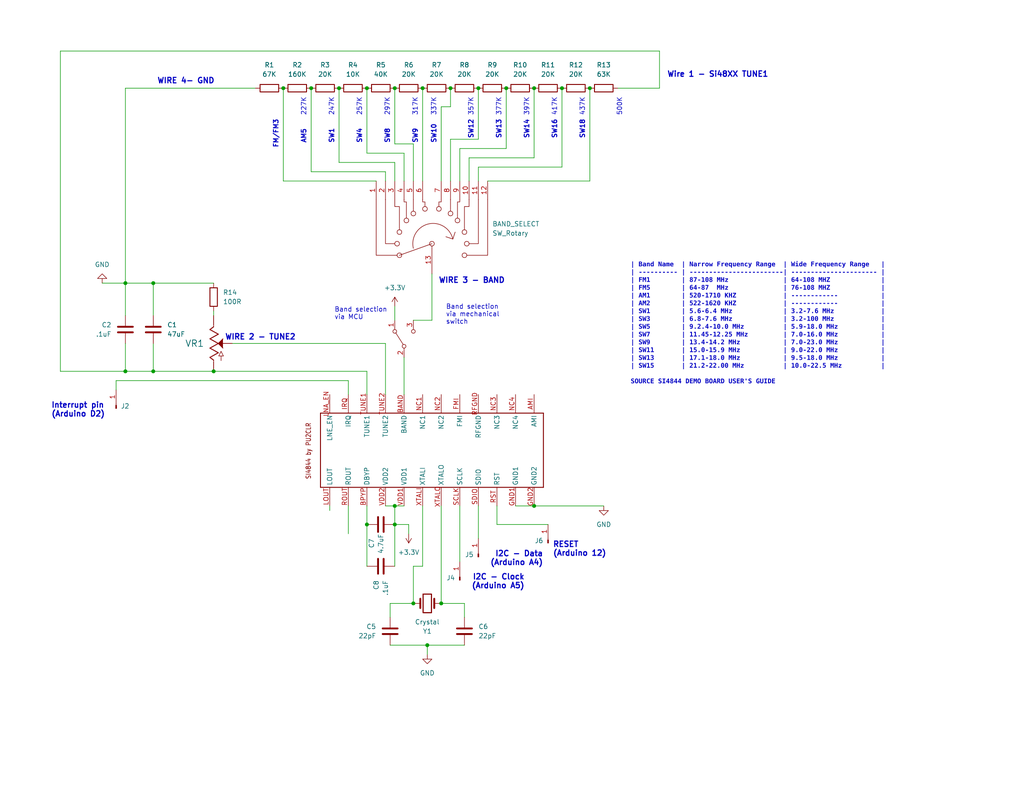
<source format=kicad_sch>
(kicad_sch (version 20231120) (generator "eeschema") (generator_version "8.0")
  (paper "User" 280.01 220.015)
  (title_block (title "Si4827/44 TUNE (POT 100K) and SLIDE SWITCH 4 wires setup") (rev "1.0") (company "Ricardo Lima Caratti"))
  (lib_symbols
    (symbol "Connector:Conn_01x01_Pin" (pin_names (offset 1.016) hide)
      (property "Reference" "J" (at 0 2.54 0))
      (property "Value" "Conn_01x01_Pin" (at 0 -2.54 0))
      (symbol "Conn_01x01_Pin_1_1"
        (polyline (pts (xy 1.27 0) (xy 0.8636 0)) (stroke (width 0.1524)))
        (rectangle (start 0.8636 0.127) (end 0 -0.127) (stroke (width 0.1524)) (fill (type outline)))
        (pin passive line (at 5.08 0 180) (length 3.81) (name "Pin_1") (number "1"))
      )
    )
    (symbol "Device:C" (pin_numbers hide) (pin_names (offset 0.254))
      (property "Reference" "C" (at 0.635 2.54 0))
      (property "Value" "C" (at 0.635 -2.54 0))
      (symbol "C_0_1"
        (polyline (pts (xy -2.032 -0.762) (xy 2.032 -0.762)) (stroke (width 0.508)))
        (polyline (pts (xy -2.032 0.762) (xy 2.032 0.762)) (stroke (width 0.508)))
      )
      (symbol "C_1_1"
        (pin passive line (at 0 3.81 270) (length 2.794) (name "~") (number "1"))
        (pin passive line (at 0 -3.81 90) (length 2.794) (name "~") (number "2"))
      )
    )
    (symbol "Device:Crystal" (pin_numbers hide) (pin_names (offset 1.016) hide)
      (property "Reference" "Y" (at 0 3.81 0))
      (property "Value" "Crystal" (at 0 -3.81 0))
      (symbol "Crystal_0_1"
        (rectangle (start -1.143 2.54) (end 1.143 -2.54) (stroke (width 0.3048)))
        (polyline (pts (xy -2.54 0) (xy -1.905 0)))
        (polyline (pts (xy -1.905 -1.27) (xy -1.905 1.27)) (stroke (width 0.508)))
        (polyline (pts (xy 1.905 -1.27) (xy 1.905 1.27)) (stroke (width 0.508)))
        (polyline (pts (xy 2.54 0) (xy 1.905 0)))
      )
      (symbol "Crystal_1_1"
        (pin passive line (at -3.81 0 0) (length 1.27) (name "1") (number "1"))
        (pin passive line (at 3.81 0 180) (length 1.27) (name "2") (number "2"))
      )
    )
    (symbol "Device:R" (pin_numbers hide) (pin_names (offset 0))
      (property "Reference" "R" (at 2.032 0 90))
      (property "Value" "R" (at 0 0 90))
      (symbol "R_0_1"
        (rectangle (start -1.016 -2.54) (end 1.016 2.54) (stroke (width 0.254)))
      )
      (symbol "R_1_1"
        (pin passive line (at 0 3.81 270) (length 1.27) (name "~") (number "1"))
        (pin passive line (at 0 -3.81 90) (length 1.27) (name "~") (number "2"))
      )
    )
    (symbol "SI4844:POTENTIOMETER-PTH-9MM-1/20W-20%"
      (property "Reference" "VR" (at 3.048 -0.254 90))
      (symbol "POTENTIOMETER-PTH-9MM-1/20W-20%_1_0"
        (polyline (pts (xy -1.016 -3.81) (xy 1.27 -2.54)) (stroke (width 0.254)))
        (polyline (pts (xy -1.016 -1.27) (xy 1.27 0)) (stroke (width 0.254)))
        (polyline (pts (xy -1.016 1.27) (xy 1.27 2.54)) (stroke (width 0.254)))
        (polyline (pts (xy -1.016 3.81) (xy 0 4.572)) (stroke (width 0.254)))
        (polyline (pts (xy 0 -5.08) (xy 0 -4.572)) (stroke (width 0.1524)))
        (polyline (pts (xy 0 -4.572) (xy -1.016 -3.81)) (stroke (width 0.254)))
        (polyline (pts (xy 0 4.572) (xy 0 5.08)) (stroke (width 0.1524)))
        (polyline (pts (xy 1.27 -2.54) (xy -1.016 -1.27)) (stroke (width 0.254)))
        (polyline (pts (xy 1.27 0) (xy -1.016 1.27)) (stroke (width 0.254)))
        (polyline (pts (xy 1.27 2.54) (xy -1.016 3.81)) (stroke (width 0.254)))
        (polyline (pts (xy 1.397 -3.429) (xy 2.032 -2.159)) (stroke (width 0.1524)))
        (polyline (pts (xy 2.032 -4.699) (xy 2.032 -3.429)) (stroke (width 0.1524)))
        (polyline (pts (xy 2.032 -3.429) (xy 1.397 -3.429)) (stroke (width 0.1524)))
        (polyline (pts (xy 2.032 -2.159) (xy 2.667 -3.429)) (stroke (width 0.1524)))
        (polyline (pts (xy 2.667 -3.429) (xy 2.032 -3.429)) (stroke (width 0.1524)))
        (polyline (pts (xy 2.54 -1.27) (xy 1.27 0) (xy 2.54 1.27)) (stroke (width 0.2032)) (fill (type outline)))
        (pin passive line (at 0 7.62 270) (length 2.54) (name "E") (number "P$1"))
        (pin passive line (at 5.08 0 180) (length 2.54) (name "S") (number "P$2"))
        (pin passive line (at 0 -7.62 90) (length 2.54) (name "A") (number "P$3"))
      )
    )
    (symbol "SI4844:SI4844"
      (symbol "SI4844_1_0"
        (polyline (pts (xy -17.78 -30.48) (xy 2.54 -30.48)) (stroke (width 0.254)))
        (polyline (pts (xy -17.78 30.48) (xy -17.78 -30.48)) (stroke (width 0.254)))
        (polyline (pts (xy 2.54 -30.48) (xy 2.54 30.48)) (stroke (width 0.254)))
        (polyline (pts (xy 2.54 30.48) (xy -17.78 30.48)) (stroke (width 0.254)))
        (text "SI4844 by PU2CLR" (at -15.24 33.02 0) (effects (font (size 1.27 1.0795)) (justify left bottom)))
        (pin bidirectional line (at -22.86 -27.94 0) (length 5.08) (name "AMI") (number "AMI"))
        (pin bidirectional line (at -22.86 7.62 0) (length 5.08) (name "BAND") (number "BAND"))
        (pin bidirectional line (at 7.62 17.78 180) (length 5.08) (name "DBYP") (number "BPYP"))
        (pin bidirectional line (at -22.86 -7.62 0) (length 5.08) (name "FMI") (number "FMI"))
        (pin bidirectional line (at 7.62 -22.86 180) (length 5.08) (name "GND1") (number "GND1"))
        (pin bidirectional line (at 7.62 -27.94 180) (length 5.08) (name "GND2") (number "GND2"))
        (pin bidirectional line (at -22.86 22.86 0) (length 5.08) (name "IRQ") (number "IRQ"))
        (pin bidirectional line (at -22.86 27.94 0) (length 5.08) (name "LNE_EN") (number "LNA_EN"))
        (pin bidirectional line (at 7.62 27.94 180) (length 5.08) (name "LOUT") (number "LOUT"))
        (pin bidirectional line (at -22.86 2.54 0) (length 5.08) (name "NC1") (number "NC1"))
        (pin bidirectional line (at -22.86 -2.54 0) (length 5.08) (name "NC2") (number "NC2"))
        (pin bidirectional line (at -22.86 -17.78 0) (length 5.08) (name "NC3") (number "NC3"))
        (pin bidirectional line (at -22.86 -22.86 0) (length 5.08) (name "NC4") (number "NC4"))
        (pin bidirectional line (at -22.86 -12.7 0) (length 5.08) (name "RFGND") (number "RFGND"))
        (pin bidirectional line (at 7.62 22.86 180) (length 5.08) (name "ROUT") (number "ROUT"))
        (pin bidirectional line (at 7.62 -17.78 180) (length 5.08) (name "RST") (number "RST"))
        (pin bidirectional line (at 7.62 -7.62 180) (length 5.08) (name "SCLK") (number "SCLK"))
        (pin bidirectional line (at 7.62 -12.7 180) (length 5.08) (name "SDIO") (number "SDIO"))
        (pin bidirectional line (at -22.86 17.78 0) (length 5.08) (name "TUNE1") (number "TUNE1"))
        (pin bidirectional line (at -22.86 12.7 0) (length 5.08) (name "TUNE2") (number "TUNE2"))
        (pin bidirectional line (at 7.62 7.62 180) (length 5.08) (name "VDD1") (number "VDD1"))
        (pin bidirectional line (at 7.62 12.7 180) (length 5.08) (name "VDD2") (number "VDD2"))
        (pin bidirectional line (at 7.62 2.54 180) (length 5.08) (name "XTALI") (number "XTALI"))
        (pin bidirectional line (at 7.62 -2.54 180) (length 5.08) (name "XTALO") (number "XTALO"))
      )
    )
    (symbol "Switch:SW_DPDT_x2" (pin_names (offset 0) hide)
      (property "Reference" "SW" (at 0 4.318 0))
      (property "Value" "SW_DPDT_x2" (at 0 -5.08 0))
      (symbol "SW_DPDT_x2_0_0"
        (circle (center -2.032 0) (radius 0.508))
        (circle (center 2.032 -2.54) (radius 0.508))
      )
      (symbol "SW_DPDT_x2_0_1"
        (polyline (pts (xy -1.524 0.254) (xy 1.651 2.286)))
        (circle (center 2.032 2.54) (radius 0.508))
      )
      (symbol "SW_DPDT_x2_1_1"
        (pin passive line (at 5.08 2.54 180) (length 2.54) (name "A") (number "1"))
        (pin passive line (at -5.08 0 0) (length 2.54) (name "B") (number "2"))
        (pin passive line (at 5.08 -2.54 180) (length 2.54) (name "C") (number "3"))
      )
      (symbol "SW_DPDT_x2_2_1"
        (pin passive line (at 5.08 2.54 180) (length 2.54) (name "A") (number "4"))
        (pin passive line (at -5.08 0 0) (length 2.54) (name "B") (number "5"))
        (pin passive line (at 5.08 -2.54 180) (length 2.54) (name "C") (number "6"))
      )
    )
    (symbol "Switch:SW_Rotary12" (pin_names (offset 1.016) hide)
      (property "Reference" "SW" (at 0 17.78 0))
      (property "Value" "SW_Rotary12" (at 0 -17.78 0))
      (symbol "SW_Rotary12_0_0"
        (circle (center -10.16 -8.89) (radius 0.635))
        (circle (center -10.16 8.89) (radius 0.635))
        (circle (center -6.985 -9.525) (radius 0.635))
        (circle (center -6.985 0) (radius 0.635))
        (circle (center -6.985 9.525) (radius 0.635))
        (arc (start -5.715 -5.715) (mid -1.5995 0.937) (end -8.255 5.08))
        (circle (center -3.81 -8.89) (radius 0.635))
        (circle (center -3.81 8.89) (radius 0.635))
        (circle (center -0.635 -6.985) (radius 0.635))
        (circle (center -0.635 6.985) (radius 0.635))
        (polyline (pts (xy -6.985 0) (xy -10.16 8.89)))
        (polyline (pts (xy -5.715 -5.715) (xy -5.08 -3.81)))
        (polyline (pts (xy -5.715 -5.715) (xy -3.81 -6.35)))
        (polyline (pts (xy 1.905 -5.08) (xy 5.08 -5.08)))
        (polyline (pts (xy 1.905 5.08) (xy 5.08 5.08)))
        (polyline (pts (xy -10.16 -9.525) (xy -10.16 -15.24) (xy 5.08 -15.24)))
        (polyline (pts (xy -10.16 9.525) (xy -10.16 15.24) (xy 5.08 15.24)))
        (polyline (pts (xy -6.985 -10.16) (xy -6.985 -12.7) (xy 5.08 -12.7)))
        (polyline (pts (xy -6.985 10.16) (xy -6.985 12.7) (xy 5.08 12.7)))
        (polyline (pts (xy -3.175 -8.89) (xy 3.175 -8.89) (xy 3.175 -10.16) (xy 5.08 -10.16)))
        (polyline (pts (xy -3.175 8.89) (xy 3.175 8.89) (xy 3.175 10.16) (xy 5.08 10.16)))
        (polyline (pts (xy 0 -6.985) (xy 4.445 -6.985) (xy 4.445 -7.62) (xy 5.08 -7.62)))
        (polyline (pts (xy 0 6.985) (xy 4.445 6.985) (xy 4.445 7.62) (xy 5.08 7.62)))
        (polyline (pts (xy 3.175 -1.905) (xy 4.445 -1.905) (xy 4.445 -2.54) (xy 5.08 -2.54)))
        (polyline (pts (xy 3.175 1.905) (xy 4.445 1.905) (xy 4.445 2.54) (xy 5.08 2.54)))
        (circle (center 1.27 -5.08) (radius 0.635))
        (circle (center 1.27 5.08) (radius 0.635))
        (circle (center 2.54 -1.905) (radius 0.635))
        (circle (center 2.54 1.905) (radius 0.635))
      )
      (symbol "SW_Rotary12_0_1"
        (pin passive line (at 10.16 15.24 180) (length 5.08) (name "1") (number "1"))
        (pin passive line (at 10.16 -10.16 180) (length 5.08) (name "10") (number "10"))
        (pin passive line (at 10.16 -12.7 180) (length 5.08) (name "11") (number "11"))
        (pin passive line (at 10.16 -15.24 180) (length 5.08) (name "12") (number "12"))
        (pin passive line (at -15.24 0 0) (length 7.62) (name "13") (number "13"))
        (pin passive line (at 10.16 12.7 180) (length 5.08) (name "2") (number "2"))
        (pin passive line (at 10.16 10.16 180) (length 5.08) (name "3") (number "3"))
        (pin passive line (at 10.16 7.62 180) (length 5.08) (name "4") (number "4"))
        (pin passive line (at 10.16 5.08 180) (length 5.08) (name "5") (number "5"))
        (pin passive line (at 10.16 2.54 180) (length 5.08) (name "6") (number "6"))
        (pin passive line (at 10.16 -2.54 180) (length 5.08) (name "7") (number "7"))
        (pin passive line (at 10.16 -5.08 180) (length 5.08) (name "8") (number "8"))
        (pin passive line (at 10.16 -7.62 180) (length 5.08) (name "9") (number "9"))
      )
    )
    (symbol "power:+3.3V" (power) (pin_names (offset 0))
      (property "Value" "+3.3V" (at 0 3.556 0))
      (symbol "+3.3V_0_1"
        (polyline (pts (xy -0.762 1.27) (xy 0 2.54)))
        (polyline (pts (xy 0 0) (xy 0 2.54)))
        (polyline (pts (xy 0 2.54) (xy 0.762 1.27)))
      )
      (symbol "+3.3V_1_1"
        (pin power_in line (at 0 0 90) (length 0) hide (name "+3.3V") (number "1"))
      )
    )
    (symbol "power:GND" (power) (pin_names (offset 0))
      (property "Value" "GND" (at 0 -3.81 0))
      (symbol "GND_0_1"
        (polyline (pts (xy 0 0) (xy 0 -1.27) (xy 1.27 -1.27) (xy 0 -2.54) (xy -1.27 -1.27) (xy 0 -1.27)))
      )
      (symbol "GND_1_1"
        (pin power_in line (at 0 0 270) (length 0) hide (name "GND") (number "1"))
      )
    )
  )
  (junction (at 153.67 24.13))
  (junction (at 116.84 176.53))
  (junction (at 41.91 101.6))
  (junction (at 107.95 24.13))
  (junction (at 138.43 24.13))
  (junction (at 120.65 165.1))
  (junction (at 100.33 143.51))
  (junction (at 113.03 165.1))
  (junction (at 58.42 101.6))
  (junction (at 92.71 24.13))
  (junction (at 77.47 24.13))
  (junction (at 146.05 24.13))
  (junction (at 161.29 24.13))
  (junction (at 34.29 101.6))
  (junction (at 146.05 138.43))
  (junction (at 85.09 24.13))
  (junction (at 100.33 24.13))
  (junction (at 107.95 143.51))
  (junction (at 130.81 24.13))
  (junction (at 34.29 77.47))
  (junction (at 107.95 138.43))
  (junction (at 115.57 24.13))
  (junction (at 123.19 24.13))
  (junction (at 41.91 77.47))
  (wire (pts (xy 116.84 176.53) (xy 116.84 179.07)))
  (wire (pts (xy 113.03 39.37) (xy 107.95 39.37)))
  (wire (pts (xy 120.65 138.43) (xy 120.65 165.1)))
  (wire (pts (xy 127 168.91) (xy 127 165.1)))
  (wire (pts (xy 16.51 13.97) (xy 16.51 101.6)))
  (wire (pts (xy 116.84 176.53) (xy 127 176.53)))
  (wire (pts (xy 41.91 77.47) (xy 41.91 86.36)))
  (wire (pts (xy 153.67 45.72) (xy 153.67 24.13)))
  (wire (pts (xy 111.76 146.05) (xy 111.76 143.51)))
  (wire (pts (xy 107.95 49.53) (xy 107.95 44.45)))
  (wire (pts (xy 92.71 24.13) (xy 92.71 44.45)))
  (wire (pts (xy 130.81 45.72) (xy 153.67 45.72)))
  (wire (pts (xy 120.65 29.21) (xy 123.19 29.21)))
  (wire (pts (xy 128.27 43.18) (xy 146.05 43.18)))
  (wire (pts (xy 123.19 49.53) (xy 123.19 38.1)))
  (wire (pts (xy 125.73 138.43) (xy 125.73 153.67)))
  (wire (pts (xy 105.41 46.99) (xy 85.09 46.99)))
  (wire (pts (xy 118.11 74.93) (xy 118.11 87.63)))
  (wire (pts (xy 146.05 138.43) (xy 165.1 138.43)))
  (wire (pts (xy 16.51 101.6) (xy 34.29 101.6)))
  (wire (pts (xy 107.95 44.45) (xy 92.71 44.45)))
  (wire (pts (xy 107.95 138.43) (xy 110.49 138.43)))
  (wire (pts (xy 130.81 138.43) (xy 130.81 147.32)))
  (wire (pts (xy 113.03 154.94) (xy 115.57 154.94)))
  (wire (pts (xy 41.91 101.6) (xy 58.42 101.6)))
  (wire (pts (xy 133.35 49.53) (xy 161.29 49.53)))
  (wire (pts (xy 31.75 104.14) (xy 31.75 106.68)))
  (wire (pts (xy 130.81 49.53) (xy 130.81 45.72)))
  (wire (pts (xy 120.65 49.53) (xy 120.65 29.21)))
  (wire (pts (xy 34.29 77.47) (xy 34.29 86.36)))
  (wire (pts (xy 115.57 154.94) (xy 115.57 138.43)))
  (wire (pts (xy 107.95 83.82) (xy 107.95 87.63)))
  (wire (pts (xy 113.03 87.63) (xy 118.11 87.63)))
  (wire (pts (xy 77.47 24.13) (xy 77.47 49.53)))
  (wire (pts (xy 106.68 176.53) (xy 116.84 176.53)))
  (wire (pts (xy 180.34 13.97) (xy 16.51 13.97)))
  (wire (pts (xy 100.33 41.91) (xy 100.33 24.13)))
  (wire (pts (xy 123.19 38.1) (xy 130.81 38.1)))
  (wire (pts (xy 138.43 24.13) (xy 138.43 40.64)))
  (wire (pts (xy 100.33 143.51) (xy 100.33 154.94)))
  (wire (pts (xy 113.03 49.53) (xy 113.03 39.37)))
  (wire (pts (xy 41.91 77.47) (xy 58.42 77.47)))
  (wire (pts (xy 115.57 24.13) (xy 115.57 49.53)))
  (wire (pts (xy 27.94 77.47) (xy 34.29 77.47)))
  (wire (pts (xy 95.25 107.95) (xy 95.25 104.14)))
  (wire (pts (xy 107.95 143.51) (xy 107.95 154.94)))
  (wire (pts (xy 105.41 93.98) (xy 105.41 107.95)))
  (wire (pts (xy 105.41 138.43) (xy 107.95 138.43)))
  (wire (pts (xy 130.81 24.13) (xy 130.81 38.1)))
  (wire (pts (xy 106.68 165.1) (xy 113.03 165.1)))
  (wire (pts (xy 123.19 29.21) (xy 123.19 24.13)))
  (wire (pts (xy 110.49 97.79) (xy 110.49 107.95)))
  (wire (pts (xy 100.33 101.6) (xy 100.33 107.95)))
  (wire (pts (xy 125.73 40.64) (xy 138.43 40.64)))
  (wire (pts (xy 105.41 49.53) (xy 105.41 46.99)))
  (wire (pts (xy 110.49 49.53) (xy 110.49 41.91)))
  (wire (pts (xy 41.91 93.98) (xy 41.91 101.6)))
  (wire (pts (xy 34.29 101.6) (xy 41.91 101.6)))
  (wire (pts (xy 107.95 138.43) (xy 107.95 143.51)))
  (wire (pts (xy 135.89 143.51) (xy 149.86 143.51)))
  (wire (pts (xy 161.29 24.13) (xy 161.29 49.53)))
  (wire (pts (xy 58.42 85.09) (xy 58.42 86.36)))
  (wire (pts (xy 113.03 165.1) (xy 113.03 154.94)))
  (wire (pts (xy 34.29 24.13) (xy 34.29 77.47)))
  (wire (pts (xy 69.85 24.13) (xy 34.29 24.13)))
  (wire (pts (xy 102.87 49.53) (xy 77.47 49.53)))
  (wire (pts (xy 106.68 168.91) (xy 106.68 165.1)))
  (wire (pts (xy 180.34 24.13) (xy 180.34 13.97)))
  (wire (pts (xy 127 165.1) (xy 120.65 165.1)))
  (wire (pts (xy 110.49 41.91) (xy 100.33 41.91)))
  (wire (pts (xy 128.27 49.53) (xy 128.27 43.18)))
  (wire (pts (xy 63.5 93.98) (xy 105.41 93.98)))
  (wire (pts (xy 95.25 138.43) (xy 95.25 146.05)))
  (wire (pts (xy 107.95 39.37) (xy 107.95 24.13)))
  (wire (pts (xy 95.25 104.14) (xy 31.75 104.14)))
  (wire (pts (xy 135.89 138.43) (xy 135.89 143.51)))
  (wire (pts (xy 85.09 46.99) (xy 85.09 24.13)))
  (wire (pts (xy 168.91 24.13) (xy 180.34 24.13)))
  (wire (pts (xy 58.42 101.6) (xy 100.33 101.6)))
  (wire (pts (xy 125.73 40.64) (xy 125.73 49.53)))
  (wire (pts (xy 34.29 77.47) (xy 41.91 77.47)))
  (wire (pts (xy 90.17 139.7) (xy 90.17 138.43)))
  (wire (pts (xy 100.33 138.43) (xy 100.33 143.51)))
  (wire (pts (xy 146.05 24.13) (xy 146.05 43.18)))
  (wire (pts (xy 111.76 143.51) (xy 107.95 143.51)))
  (wire (pts (xy 34.29 93.98) (xy 34.29 101.6)))
  (wire (pts (xy 140.97 138.43) (xy 146.05 138.43)))
  (text "SW8" (at 106.68 39.37 90) (effects (font (size 1.27 1.27) (thickness 0.254) (bold yes)) (justify left bottom)))
  (text "437K" (at 160.02 31.75 90) (effects (font (size 1.27 1.27)) (justify left bottom)))
  (text "417K" (at 152.4 31.75 90) (effects (font (size 1.27 1.27)) (justify left bottom)))
  (text "337K" (at 119.38 31.75 90) (effects (font (size 1.27 1.27)) (justify left bottom)))
  (text "Wire 1 - Si48XX TUNE1" (at 182.372 21.336 0) (effects (font (size 1.5 1.5) (thickness 0.3) (bold yes)) (justify left bottom)))
  (text "500K" (at 170.18 31.75 90) (effects (font (size 1.27 1.27)) (justify left bottom)))
  (text "297K" (at 106.68 31.75 90) (effects (font (size 1.27 1.27)) (justify left bottom)))
  (text "Band selection\nvia MCU" (at 91.44 87.63 0) (effects (font (size 1.27 1.27)) (justify left bottom)))
  (text "SW14" (at 144.78 38.1 90) (effects (font (size 1.27 1.27) (thickness 0.254) (bold yes)) (justify left bottom)))
  (text "Interrupt pin\n(Arduino D2)" (at 13.97 114.3 0) (effects (font (size 1.5 1.5) (thickness 0.3) (bold yes)) (justify left bottom)))
  (text "SW12" (at 129.54 38.1 90) (effects (font (size 1.27 1.27) (thickness 0.254) (bold yes)) (justify left bottom)))
  (text "397K" (at 144.78 31.75 90) (effects (font (size 1.27 1.27)) (justify left bottom)))
  (text "WIRE 4- GND" (at 42.926 23.114 0) (effects (font (size 1.5 1.5) (thickness 0.3) (bold yes)) (justify left bottom)))
  (text "WIRE 3 - BAND" (at 119.888 77.724 0) (effects (font (size 1.5 1.5) (thickness 0.3) (bold yes)) (justify left bottom)))
  (text "SW9" (at 114.3 39.37 90) (effects (font (size 1.27 1.27) (thickness 0.254) (bold yes)) (justify left bottom)))
  (text "SW18" (at 160.02 38.1 90) (effects (font (size 1.27 1.27) (thickness 0.254) (bold yes)) (justify left bottom)))
  (text "Band selection\nvia mechanical \nswitch" (at 121.92 88.9 0) (effects (font (size 1.27 1.27)) (justify left bottom)))
  (text "AM5" (at 83.82 39.37 90) (effects (font (size 1.27 1.27) (thickness 0.254) (bold yes)) (justify left bottom)))
  (text "247K" (at 91.44 31.75 90) (effects (font (size 1.27 1.27)) (justify left bottom)))
  (text "317K" (at 114.3 31.75 90) (effects (font (size 1.27 1.27)) (justify left bottom)))
  (text "377K" (at 137.16 31.75 90) (effects (font (size 1.27 1.27)) (justify left bottom)))
  (text "SW4" (at 99.06 39.37 90) (effects (font (size 1.27 1.27) (thickness 0.254) (bold yes)) (justify left bottom)))
  (text "I2C - Clock\n(Arduino A5)" (at 143.51 161.29 0) (effects (font (size 1.5 1.5) (thickness 0.3) (bold yes)) (justify right bottom)))
  (text "WIRE 2 - TUNE2" (at 61.468 93.218 0) (effects (font (size 1.5 1.5) (thickness 0.3) (bold yes)) (justify left bottom)))
  (text "257K" (at 99.06 31.75 90) (effects (font (size 1.27 1.27)) (justify left bottom)))
  (text "| Band Name  | Narrow Frequency Range  | Wide Frequency Range   |\n| ---------- | ------------------------| ---------------------- |\n| FM1        | 87-108 MHz              | 64-108 MHZ             |\n| FM5        | 64-87  MHz              | 76-108 MHZ             |\n| AM1        | 520-1710 KHZ            | ------------           |\n| AM2        | 522-1620 KHZ            | ------------           |\n| SW1        | 5.6-6.4 MHz             | 3.2-7.6 MHz            |\n| SW3        | 6.8-7.6 MHz             | 3.2-100 MHz            |\n| SW5        | 9.2.4-10.0 MHz          | 5.9-18.0 MHz           |\n| SW7        | 11.45-12.25 MHz         | 7.0-16.0 MHz           |\n| SW9        | 13.4-14.2 MHz           | 7.0-23.0 MHz           |\n| SW11       | 15.0-15.9 MHz           | 9.0-22.0 MHz           |\n| SW13       | 17.1-18.0 MHz           | 9.5-18.0 MHz           |\n| SW15       | 21.2-22.00 MHz          | 10.0-22.5 MHz          |\n\nSOURCE SI4844 DEMO BOARD USER'S GUIDE\n" (at 172.466 105.664 0) (effects (font (size 1.27 1.27) (thickness 0.254) (bold yes)) (justify left bottom)))
  (text "RESET\n(Arduino 12)" (at 151.13 152.4 0) (effects (font (size 1.5 1.5) (thickness 0.3) (bold yes)) (justify left bottom)))
  (text "357K" (at 129.54 31.75 90) (effects (font (size 1.27 1.27)) (justify left bottom)))
  (text "SW16" (at 152.4 38.1 90) (effects (font (size 1.27 1.27) (thickness 0.254) (bold yes)) (justify left bottom)))
  (text "227K" (at 83.82 31.75 90) (effects (font (size 1.27 1.27)) (justify left bottom)))
  (text "SW13" (at 137.16 38.1 90) (effects (font (size 1.27 1.27) (thickness 0.254) (bold yes)) (justify left bottom)))
  (text "FM/FM3" (at 76.2 40.64 90) (effects (font (size 1.27 1.27) (thickness 0.254) (bold yes)) (justify left bottom)))
  (text "I2C - Data\n(Arduino A4)" (at 148.59 154.94 0) (effects (font (size 1.5 1.5) (thickness 0.3) (bold yes)) (justify right bottom)))
  (text "SW1" (at 91.44 39.37 90) (effects (font (size 1.27 1.27) (thickness 0.254) (bold yes)) (justify left bottom)))
  (text "SW10" (at 119.38 39.37 90) (effects (font (size 1.27 1.27) (thickness 0.254) (bold yes)) (justify left bottom)))
  (symbol (lib_id "Connector:Conn_01x01_Pin") (at 31.75 111.76 90) (unit 1)
    (property "Reference" "J2" (at 33.02 111.125 90) (effects (justify right)))
    (property "Value" "Conn_01x01_Pin" (effects (hide yes)))
  )
  (symbol (lib_id "Connector:Conn_01x01_Pin") (at 130.81 152.4 270) (mirror x) (unit 1)
    (property "Reference" "J5" (at 129.54 151.765 90) (effects (justify right)))
    (property "Value" "Conn_01x01_Pin" (effects (hide yes)))
  )
  (symbol (lib_id "Device:R") (at 96.52 24.13 270) (unit 1)
    (property "Reference" "R4" (at 96.52 17.78 90))
    (property "Value" "10K" (at 96.52 20.32 90))
  )
  (symbol (lib_id "Device:R") (at 127 24.13 270) (unit 1)
    (property "Reference" "R8" (at 127 17.78 90))
    (property "Value" "20K" (at 127 20.32 90))
  )
  (symbol (lib_id "Device:C") (at 127 172.72 0) (unit 1)
    (property "Reference" "C6" (at 130.81 171.45 0) (effects (justify left)))
    (property "Value" "22pF" (at 130.81 173.99 0) (effects (justify left)))
  )
  (symbol (lib_id "SI4844:POTENTIOMETER-PTH-9MM-1/20W-20%") (at 58.42 93.98 0) (unit 1)
    (property "Reference" "VR1" (at 55.88 93.98 0) (effects (font (size 1.778 1.778)) (justify right)))
    (property "Footprint" "SI4844_01:POT-PTH-ALPS" (effects (hide yes)))
  )
  (symbol (lib_id "Device:C") (at 104.14 143.51 90) (mirror x) (unit 1)
    (property "Reference" "C7" (at 101.6 147.32 0) (effects (justify left)))
    (property "Value" "4.7uF" (at 104.14 146.05 0) (effects (justify left)))
  )
  (symbol (lib_id "power:+3.3V") (at 111.76 146.05 0) (mirror x) (unit 1)
    (property "Reference" "#PWR07" (effects (hide yes)))
    (property "Value" "+3.3V" (at 111.76 151.13 0))
  )
  (symbol (lib_id "Device:R") (at 142.24 24.13 270) (unit 1)
    (property "Reference" "R10" (at 142.24 17.78 90))
    (property "Value" "20K" (at 142.24 20.32 90))
  )
  (symbol (lib_id "Device:Crystal") (at 116.84 165.1 0) (mirror x) (unit 1)
    (property "Reference" "Y1" (at 116.84 172.72 0))
    (property "Value" "Crystal" (at 116.84 170.18 0))
  )
  (symbol (lib_id "SI4844:SI4844") (at 118.11 130.81 90) (mirror x) (unit 1)
    (property "Reference" "SI1" (effects (hide yes)))
    (property "Footprint" "SI4844_01:SSOP24" (effects (hide yes)))
  )
  (symbol (lib_id "Device:C") (at 106.68 172.72 0) (mirror y) (unit 1)
    (property "Reference" "C5" (at 102.87 171.45 0) (effects (justify left)))
    (property "Value" "22pF" (at 102.87 173.99 0) (effects (justify left)))
  )
  (symbol (lib_id "Device:C") (at 104.14 154.94 90) (mirror x) (unit 1)
    (property "Reference" "C8" (at 102.87 158.75 0) (effects (justify left)))
    (property "Value" ".1uF" (at 105.41 158.75 0) (effects (justify left)))
  )
  (symbol (lib_id "power:GND") (at 116.84 179.07 0) (unit 1)
    (property "Reference" "#PWR06" (effects (hide yes)))
    (property "Value" "GND" (at 116.84 184.15 0))
  )
  (symbol (lib_id "power:+3.3V") (at 107.95 83.82 0) (unit 1)
    (property "Reference" "#PWR02" (effects (hide yes)))
    (property "Value" "+3.3V" (at 107.95 78.74 0))
  )
  (symbol (lib_id "Device:R") (at 134.62 24.13 270) (unit 1)
    (property "Reference" "R9" (at 134.62 17.78 90))
    (property "Value" "20K" (at 134.62 20.32 90))
  )
  (symbol (lib_id "Device:R") (at 88.9 24.13 270) (unit 1)
    (property "Reference" "R3" (at 88.9 17.78 90))
    (property "Value" "20K" (at 88.9 20.32 90))
  )
  (symbol (lib_id "power:GND") (at 27.94 77.47 180) (unit 1)
    (property "Reference" "#PWR03" (effects (hide yes)))
    (property "Value" "GND" (at 27.94 72.39 0))
  )
  (symbol (lib_id "Device:R") (at 111.76 24.13 270) (unit 1)
    (property "Reference" "R6" (at 111.76 17.78 90))
    (property "Value" "20K" (at 111.76 20.32 90))
  )
  (symbol (lib_id "power:GND") (at 165.1 138.43 0) (unit 1)
    (property "Reference" "#PWR09" (effects (hide yes)))
    (property "Value" "GND" (at 165.1 143.51 0))
  )
  (symbol (lib_id "Device:C") (at 34.29 90.17 0) (mirror y) (unit 1)
    (property "Reference" "C2" (at 30.48 88.9 0) (effects (justify left)))
    (property "Value" ".1uF" (at 30.48 91.44 0) (effects (justify left)))
  )
  (symbol (lib_id "Device:R") (at 73.66 24.13 270) (unit 1)
    (property "Reference" "R1" (at 73.66 17.78 90))
    (property "Value" "67K" (at 73.66 20.32 90))
  )
  (symbol (lib_id "Device:C") (at 41.91 90.17 0) (unit 1)
    (property "Reference" "C1" (at 45.72 88.9 0) (effects (justify left)))
    (property "Value" "47uF" (at 45.72 91.44 0) (effects (justify left)))
  )
  (symbol (lib_id "Switch:SW_Rotary12") (at 118.11 59.69 90) (unit 1)
    (property "Reference" "BAND_SELECT" (at 134.62 61.2775 90) (effects (justify right)))
    (property "Value" "SW_Rotary" (at 134.62 63.8175 90) (effects (justify right)))
    (property "Datasheet" "http://cdn-reichelt.de/documents/datenblatt/C200/DS-Serie%23LOR.pdf" (effects (hide yes)))
  )
  (symbol (lib_id "Connector:Conn_01x01_Pin") (at 149.86 148.59 270) (mirror x) (unit 1)
    (property "Reference" "J6" (at 148.59 147.955 90) (effects (justify right)))
    (property "Value" "Conn_01x01_Pin" (effects (hide yes)))
  )
  (symbol (lib_id "Device:R") (at 149.86 24.13 270) (unit 1)
    (property "Reference" "R11" (at 149.86 17.78 90))
    (property "Value" "20K" (at 149.86 20.32 90))
  )
  (symbol (lib_id "Device:R") (at 81.28 24.13 270) (unit 1)
    (property "Reference" "R2" (at 81.28 17.78 90))
    (property "Value" "160K" (at 81.28 20.32 90))
  )
  (symbol (lib_id "Device:R") (at 104.14 24.13 270) (unit 1)
    (property "Reference" "R5" (at 104.14 17.78 90))
    (property "Value" "40K" (at 104.14 20.32 90))
  )
  (symbol (lib_id "Device:R") (at 58.42 81.28 0) (unit 1)
    (property "Reference" "R14" (at 60.96 80.01 0) (effects (justify left)))
    (property "Value" "100R" (at 60.96 82.55 0) (effects (justify left)))
  )
  (symbol (lib_id "Switch:SW_DPDT_x2") (at 110.49 92.71 90) (unit 1)
    (property "Reference" "SW1" (effects (hide yes)))
    (property "Value" "SW_DPDT_x2" (effects (hide yes)))
  )
  (symbol (lib_id "Device:R") (at 157.48 24.13 270) (unit 1)
    (property "Reference" "R12" (at 157.48 17.78 90))
    (property "Value" "20K" (at 157.48 20.32 90))
  )
  (symbol (lib_id "Device:R") (at 119.38 24.13 270) (unit 1)
    (property "Reference" "R7" (at 119.38 17.78 90))
    (property "Value" "20K" (at 119.38 20.32 90))
  )
  (symbol (lib_id "Device:R") (at 165.1 24.13 270) (unit 1)
    (property "Reference" "R13" (at 165.1 17.78 90))
    (property "Value" "63K" (at 165.1 20.32 90))
  )
  (symbol (lib_id "Connector:Conn_01x01_Pin") (at 125.73 158.75 270) (mirror x) (unit 1)
    (property "Reference" "J4" (at 124.46 158.115 90) (effects (justify right)))
    (property "Value" "Conn_01x01_Pin" (effects (hide yes)))
  )
)
</source>
